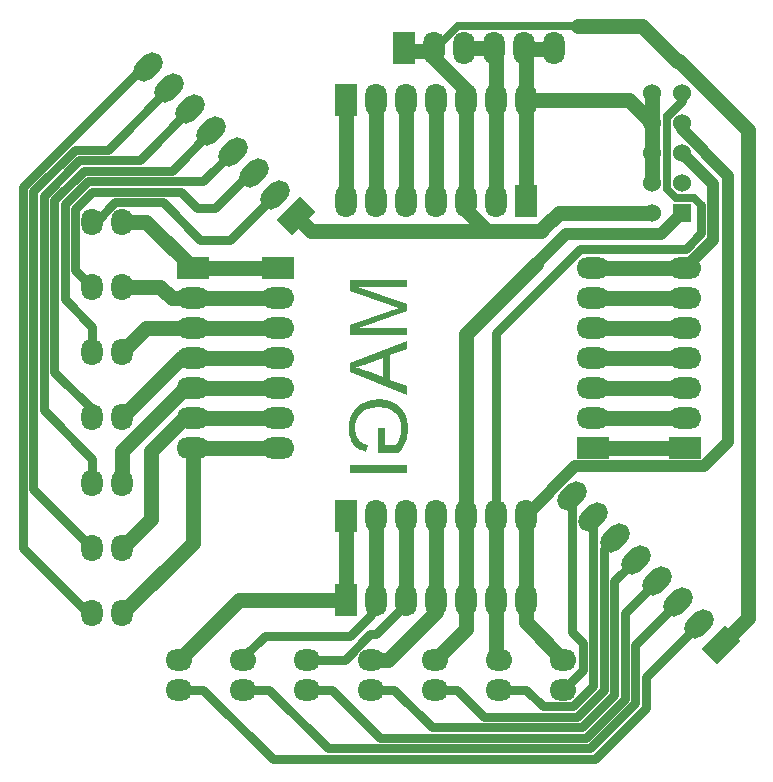
<source format=gbl>
%FSLAX24Y24*%
%MOIN*%
G70*
G01*
G75*
G04 Layer_Physical_Order=2*
G04 Layer_Color=16711680*
%ADD10R,0.0720X0.1100*%
%ADD11O,0.0720X0.1100*%
%ADD12R,0.1100X0.0720*%
%ADD13O,0.1100X0.0720*%
%ADD14O,0.0900X0.0720*%
%ADD15O,0.0720X0.0900*%
G04:AMPARAMS|DCode=16|XSize=70.9mil|YSize=110.2mil|CornerRadius=0mil|HoleSize=0mil|Usage=FLASHONLY|Rotation=135.000|XOffset=0mil|YOffset=0mil|HoleType=Round|Shape=Rectangle|*
%AMROTATEDRECTD16*
4,1,4,0.0640,0.0139,-0.0139,-0.0640,-0.0640,-0.0139,0.0139,0.0640,0.0640,0.0139,0.0*
%
%ADD16ROTATEDRECTD16*%

G04:AMPARAMS|DCode=17|XSize=70.9mil|YSize=110.2mil|CornerRadius=0mil|HoleSize=0mil|Usage=FLASHONLY|Rotation=135.000|XOffset=0mil|YOffset=0mil|HoleType=Round|Shape=Round|*
%AMOVALD17*
21,1,0.0394,0.0709,0.0000,0.0000,225.0*
1,1,0.0709,0.0139,0.0139*
1,1,0.0709,-0.0139,-0.0139*
%
%ADD17OVALD17*%

%ADD18R,0.0600X0.0600*%
%ADD19C,0.0600*%
%ADD20C,0.0500*%
%ADD21C,0.0300*%
%ADD22C,0.0394*%
%ADD23C,0.0295*%
%ADD24C,0.0256*%
%ADD25C,0.0250*%
G36*
X36551Y33319D02*
X36647Y33308D01*
X36735Y33287D01*
X36776Y33278D01*
X36811Y33267D01*
X36846Y33255D01*
X36876Y33246D01*
X36902Y33235D01*
X36923Y33226D01*
X36940Y33220D01*
X36952Y33214D01*
X36961Y33208D01*
X36964D01*
X37043Y33158D01*
X37113Y33103D01*
X37174Y33047D01*
X37224Y32989D01*
X37262Y32939D01*
X37277Y32918D01*
X37289Y32898D01*
X37300Y32883D01*
X37306Y32868D01*
X37309Y32863D01*
X37312Y32860D01*
X37353Y32772D01*
X37382Y32681D01*
X37403Y32596D01*
X37418Y32514D01*
X37423Y32479D01*
X37426Y32447D01*
X37429Y32417D01*
Y32391D01*
X37432Y32370D01*
Y32356D01*
Y32347D01*
Y32344D01*
X37429Y32268D01*
X37420Y32192D01*
X37409Y32124D01*
X37394Y32063D01*
X37388Y32037D01*
X37382Y32010D01*
X37377Y31990D01*
X37371Y31972D01*
X37365Y31957D01*
X37362Y31946D01*
X37359Y31940D01*
Y31937D01*
X37327Y31864D01*
X37292Y31791D01*
X37254Y31726D01*
X37218Y31668D01*
X37183Y31618D01*
X37172Y31597D01*
X37157Y31580D01*
X37148Y31565D01*
X37139Y31556D01*
X37136Y31550D01*
X37133Y31547D01*
X36419D01*
Y32362D01*
X36644D01*
Y31796D01*
X37008D01*
X37034Y31832D01*
X37060Y31870D01*
X37084Y31908D01*
X37104Y31946D01*
X37122Y31981D01*
X37133Y32010D01*
X37139Y32022D01*
X37142Y32031D01*
X37145Y32034D01*
Y32037D01*
X37166Y32095D01*
X37180Y32154D01*
X37192Y32209D01*
X37198Y32256D01*
X37204Y32297D01*
X37207Y32329D01*
Y32341D01*
Y32350D01*
Y32356D01*
Y32359D01*
X37204Y32429D01*
X37195Y32496D01*
X37180Y32555D01*
X37166Y32611D01*
X37151Y32655D01*
X37142Y32675D01*
X37136Y32690D01*
X37133Y32701D01*
X37128Y32710D01*
X37125Y32716D01*
Y32719D01*
X37090Y32778D01*
X37049Y32830D01*
X37005Y32874D01*
X36964Y32909D01*
X36925Y32936D01*
X36896Y32956D01*
X36885Y32965D01*
X36876Y32971D01*
X36870Y32974D01*
X36867D01*
X36797Y33003D01*
X36726Y33024D01*
X36653Y33041D01*
X36583Y33050D01*
X36554Y33053D01*
X36524Y33056D01*
X36498Y33059D01*
X36477D01*
X36457Y33062D01*
X36433D01*
X36357Y33059D01*
X36284Y33050D01*
X36220Y33038D01*
X36161Y33024D01*
X36114Y33012D01*
X36094Y33006D01*
X36079Y33000D01*
X36064Y32994D01*
X36056Y32991D01*
X36050Y32989D01*
X36047D01*
X36009Y32971D01*
X35974Y32953D01*
X35941Y32933D01*
X35912Y32912D01*
X35889Y32895D01*
X35871Y32880D01*
X35859Y32871D01*
X35856Y32868D01*
X35824Y32836D01*
X35798Y32804D01*
X35774Y32769D01*
X35754Y32737D01*
X35736Y32707D01*
X35725Y32684D01*
X35719Y32669D01*
X35716Y32663D01*
X35698Y32614D01*
X35684Y32564D01*
X35675Y32511D01*
X35666Y32464D01*
X35663Y32423D01*
X35660Y32391D01*
Y32379D01*
Y32370D01*
Y32365D01*
Y32362D01*
X35663Y32309D01*
X35669Y32259D01*
X35678Y32215D01*
X35687Y32177D01*
X35695Y32145D01*
X35704Y32119D01*
X35710Y32104D01*
X35713Y32098D01*
X35733Y32054D01*
X35754Y32019D01*
X35777Y31987D01*
X35798Y31960D01*
X35818Y31940D01*
X35833Y31925D01*
X35845Y31916D01*
X35848Y31914D01*
X35883Y31890D01*
X35921Y31870D01*
X35959Y31852D01*
X35994Y31837D01*
X36029Y31826D01*
X36056Y31814D01*
X36073Y31811D01*
X36076Y31808D01*
X36079D01*
X36015Y31577D01*
X35944Y31597D01*
X35883Y31621D01*
X35830Y31644D01*
X35786Y31668D01*
X35748Y31691D01*
X35722Y31709D01*
X35707Y31720D01*
X35701Y31723D01*
X35657Y31761D01*
X35622Y31805D01*
X35590Y31849D01*
X35564Y31893D01*
X35540Y31931D01*
X35525Y31960D01*
X35520Y31972D01*
X35517Y31981D01*
X35514Y31987D01*
Y31990D01*
X35490Y32054D01*
X35473Y32119D01*
X35461Y32183D01*
X35452Y32239D01*
X35446Y32288D01*
Y32312D01*
X35443Y32329D01*
Y32344D01*
Y32356D01*
Y32362D01*
Y32365D01*
X35449Y32470D01*
X35461Y32564D01*
X35482Y32652D01*
X35493Y32690D01*
X35502Y32725D01*
X35514Y32757D01*
X35525Y32786D01*
X35534Y32813D01*
X35546Y32833D01*
X35552Y32848D01*
X35558Y32863D01*
X35564Y32868D01*
Y32871D01*
X35587Y32912D01*
X35613Y32948D01*
X35669Y33018D01*
X35728Y33073D01*
X35786Y33123D01*
X35842Y33158D01*
X35862Y33173D01*
X35883Y33188D01*
X35900Y33196D01*
X35912Y33202D01*
X35921Y33208D01*
X35924D01*
X36015Y33246D01*
X36108Y33276D01*
X36196Y33296D01*
X36278Y33311D01*
X36313Y33317D01*
X36346Y33319D01*
X36375Y33322D01*
X36401D01*
X36422Y33325D01*
X36448D01*
X36551Y33319D01*
D02*
G37*
G36*
X37400Y30874D02*
X35476D01*
Y31129D01*
X37400D01*
Y30874D01*
D02*
G37*
G36*
Y34995D02*
X36817Y34787D01*
Y33979D01*
X37400Y33756D01*
Y33469D01*
X35476Y34251D01*
Y34529D01*
X37400Y35264D01*
Y34995D01*
D02*
G37*
G36*
Y37054D02*
X35763D01*
X37400Y36500D01*
Y36272D01*
X35789Y35710D01*
X37400D01*
Y35464D01*
X35476D01*
Y35809D01*
X36814Y36269D01*
X36887Y36292D01*
X36949Y36316D01*
X37002Y36333D01*
X37046Y36345D01*
X37078Y36357D01*
X37101Y36366D01*
X37116Y36369D01*
X37122Y36372D01*
X37084Y36383D01*
X37037Y36398D01*
X36990Y36413D01*
X36943Y36427D01*
X36902Y36442D01*
X36870Y36454D01*
X36855Y36456D01*
X36846Y36459D01*
X36841Y36462D01*
X36838D01*
X35476Y36919D01*
Y37300D01*
X37400D01*
Y37054D01*
D02*
G37*
%LPC*%
G36*
X36609Y34714D02*
X36047Y34503D01*
X35979Y34479D01*
X35912Y34459D01*
X35851Y34441D01*
X35792Y34427D01*
X35745Y34415D01*
X35725Y34409D01*
X35707Y34403D01*
X35692Y34400D01*
X35684D01*
X35678Y34397D01*
X35675D01*
X35739Y34377D01*
X35807Y34356D01*
X35874Y34333D01*
X35938Y34309D01*
X35994Y34292D01*
X36018Y34283D01*
X36038Y34274D01*
X36056Y34268D01*
X36067Y34263D01*
X36076Y34260D01*
X36079D01*
X36609Y34061D01*
Y34714D01*
D02*
G37*
%LPD*%
D10*
X35350Y29450D02*
D03*
Y26650D02*
D03*
Y43300D02*
D03*
X37300Y45050D02*
D03*
X41350Y39950D02*
D03*
D11*
X37350Y29450D02*
D03*
X36350D02*
D03*
X38350D02*
D03*
X39350D02*
D03*
X40350D02*
D03*
X41350D02*
D03*
Y26650D02*
D03*
X40350D02*
D03*
X39350D02*
D03*
X38350D02*
D03*
X36350D02*
D03*
X37350D02*
D03*
X41350Y43300D02*
D03*
X40350D02*
D03*
X39350D02*
D03*
X38350D02*
D03*
X36350D02*
D03*
X37350D02*
D03*
X38300Y45050D02*
D03*
X39300D02*
D03*
X40300D02*
D03*
X41300D02*
D03*
X42300D02*
D03*
X39350Y39950D02*
D03*
X40350D02*
D03*
X38350D02*
D03*
X37350D02*
D03*
X36350D02*
D03*
X35350D02*
D03*
D12*
X33100Y37700D02*
D03*
X43600Y31700D02*
D03*
X30250Y37700D02*
D03*
X46650Y31700D02*
D03*
D13*
X33100Y35700D02*
D03*
Y36700D02*
D03*
Y34700D02*
D03*
Y33700D02*
D03*
Y32700D02*
D03*
Y31700D02*
D03*
X43600Y33700D02*
D03*
Y32700D02*
D03*
Y34700D02*
D03*
Y35700D02*
D03*
Y36700D02*
D03*
Y37700D02*
D03*
X30250Y31700D02*
D03*
Y32700D02*
D03*
Y33700D02*
D03*
Y34700D02*
D03*
Y36700D02*
D03*
Y35700D02*
D03*
X46650Y37700D02*
D03*
Y36700D02*
D03*
Y35700D02*
D03*
Y34700D02*
D03*
Y32700D02*
D03*
Y33700D02*
D03*
D14*
X40467Y24650D02*
D03*
Y23650D02*
D03*
X38333Y24650D02*
D03*
Y23650D02*
D03*
X36200Y24650D02*
D03*
Y23650D02*
D03*
X34067Y24650D02*
D03*
Y23650D02*
D03*
X31933Y24650D02*
D03*
Y23650D02*
D03*
X29800Y24650D02*
D03*
Y23650D02*
D03*
X42600Y24650D02*
D03*
Y23650D02*
D03*
D15*
X27900Y26200D02*
D03*
X26900D02*
D03*
X27900Y28375D02*
D03*
X26900D02*
D03*
X27900Y30550D02*
D03*
X26900D02*
D03*
X27900Y32725D02*
D03*
X26900D02*
D03*
X27900Y34900D02*
D03*
X26900D02*
D03*
X27900Y37075D02*
D03*
X26900D02*
D03*
X27900Y39250D02*
D03*
X26900D02*
D03*
D16*
X33700Y39450D02*
D03*
X47850Y25150D02*
D03*
D17*
X28750Y44400D02*
D03*
X32987Y40152D02*
D03*
X32286Y40864D02*
D03*
X31579Y41571D02*
D03*
X30872Y42278D02*
D03*
X30164Y42986D02*
D03*
X29457Y43693D02*
D03*
X42900Y30100D02*
D03*
X47137Y25852D02*
D03*
X46436Y26564D02*
D03*
X45729Y27271D02*
D03*
X45022Y27978D02*
D03*
X44314Y28686D02*
D03*
X43607Y29393D02*
D03*
D18*
X46550Y39550D02*
D03*
D19*
Y40550D02*
D03*
Y41550D02*
D03*
Y42550D02*
D03*
Y43550D02*
D03*
X45550Y39550D02*
D03*
Y40550D02*
D03*
Y41550D02*
D03*
Y42550D02*
D03*
Y43550D02*
D03*
D20*
X46450Y44600D02*
X48750Y42300D01*
Y26050D02*
Y42300D01*
X38350Y26227D02*
Y26650D01*
X36773Y24650D02*
X38350Y26227D01*
X36200Y24650D02*
X36773D01*
X35350Y39950D02*
Y43300D01*
X36350Y39950D02*
Y43300D01*
X37350Y39950D02*
Y43300D01*
X38350Y39950D02*
Y43300D01*
X39350Y39950D02*
Y43300D01*
X43600Y37700D02*
X46650D01*
X43600Y36700D02*
X46650D01*
X43600Y35700D02*
X46650D01*
X43600Y34700D02*
X46650D01*
X43600Y33700D02*
X46650D01*
X43600Y32700D02*
X46650D01*
X43600Y31700D02*
X46650D01*
X35350Y26650D02*
Y29450D01*
X36350Y26650D02*
Y29450D01*
X37350Y26650D02*
Y29450D01*
X38350Y26650D02*
Y29450D01*
X39350Y26650D02*
Y29450D01*
X41350Y26650D02*
Y29450D01*
X30250Y37700D02*
X33100D01*
X30250Y36700D02*
X33100D01*
X30250Y35700D02*
X33100D01*
X30250Y34700D02*
X33100D01*
X30250Y33700D02*
X33100D01*
X30250Y32700D02*
X33100D01*
X30250Y31700D02*
X33100D01*
X28700Y39250D02*
X30250Y37700D01*
X27900Y39250D02*
X28700D01*
X29550Y36700D02*
X30250D01*
X29175Y37075D02*
X29550Y36700D01*
X27900Y37075D02*
X29175D01*
X28700Y35700D02*
X30250D01*
X27900Y34900D02*
X28700Y35700D01*
X29875Y34700D02*
X30250D01*
X27900Y32725D02*
X29875Y34700D01*
X27900Y28375D02*
X28850Y29325D01*
X30250Y28550D02*
Y31700D01*
X27900Y26200D02*
X30250Y28550D01*
X27900Y30550D02*
Y31600D01*
X30000Y33700D01*
X30250D01*
X28850Y29325D02*
Y31600D01*
X29950Y32700D01*
X30250D01*
X41350Y25900D02*
Y26650D01*
Y25900D02*
X42600Y24650D01*
X39350Y25667D02*
Y26650D01*
X38333Y24650D02*
X39350Y25667D01*
X31800Y26650D02*
X35350D01*
X29800Y24650D02*
X31800Y26650D01*
X40350Y24767D02*
X40467Y24650D01*
X40350Y24767D02*
Y26650D01*
Y29450D01*
X41350Y43300D02*
X44800D01*
X45550Y42550D01*
Y40550D02*
Y41550D01*
Y42550D01*
Y43550D01*
X33700Y39450D02*
X34200Y38950D01*
X47850Y25150D02*
X48750Y26050D01*
X39350Y29450D02*
Y35500D01*
X41700Y37850D01*
X41953Y39053D02*
Y39056D01*
X42447Y39550D01*
X45550D01*
X39350Y39650D02*
Y39950D01*
X34200Y38950D02*
X40050D01*
X39350Y39650D02*
X40050Y38950D01*
X41850D01*
X41953Y39053D01*
X41350Y39950D02*
Y43300D01*
X40350Y39950D02*
Y43300D01*
X39300Y45050D02*
X40300D01*
X40350Y45000D01*
Y43300D02*
Y45000D01*
X41350Y43300D02*
Y45000D01*
X42250D01*
X42300Y45050D01*
X37300D02*
X37400Y44950D01*
X38050D01*
X39350Y43300D02*
Y43650D01*
X38050Y44950D02*
X39350Y43650D01*
X45225Y45775D02*
X46400Y44600D01*
X43100Y45775D02*
X45225D01*
D21*
X35500Y25450D02*
X36200Y26150D01*
X32650Y25450D02*
X35500D01*
X31933Y24733D02*
X32650Y25450D01*
X31933Y24650D02*
Y24733D01*
X26900Y34900D02*
Y35750D01*
X25990Y36660D02*
X26900Y35750D01*
X25990Y36660D02*
Y39827D01*
X26900Y30550D02*
Y31350D01*
X25290Y32960D02*
X26900Y31350D01*
X25290Y32960D02*
Y40117D01*
X32910Y21340D02*
X43647D01*
X30600Y23650D02*
X32910Y21340D01*
X29800Y23650D02*
X30600D01*
X34760Y21690D02*
X43502D01*
X32800Y23650D02*
X34760Y21690D01*
X31933Y23650D02*
X32800D01*
X36502Y22040D02*
X43357D01*
X34892Y23650D02*
X36502Y22040D01*
X34067Y23650D02*
X34892D01*
X41910Y23090D02*
X42922D01*
X41350Y23650D02*
X41910Y23090D01*
X40467Y23650D02*
X41350D01*
X39960Y22740D02*
X43067D01*
X39050Y23650D02*
X39960Y22740D01*
X38333Y23650D02*
X39050D01*
X38210Y22390D02*
X43212D01*
X36950Y23650D02*
X38210Y22390D01*
X36200Y23650D02*
X36950D01*
X34067Y24650D02*
X35318D01*
X36200Y26500D02*
X36350Y26650D01*
X36200Y26150D02*
Y26500D01*
X37350D02*
Y26650D01*
X35318Y24650D02*
X36168Y25500D01*
X36350D01*
X37350Y26500D01*
X26900Y39250D02*
X27018D01*
X27668Y39900D01*
X29250D01*
X30500Y38650D01*
X31486D01*
X32987Y40152D01*
X26340Y37635D02*
X26900Y37075D01*
X26340Y37635D02*
Y39682D01*
X26908Y40250D01*
X29850D01*
X32164Y40864D02*
X32286D01*
X30400Y39700D02*
X31000D01*
X29850Y40250D02*
X30400Y39700D01*
X31000D02*
X32164Y40864D01*
X25990Y39827D02*
X26763Y40600D01*
X30607D01*
X31579Y41571D01*
X29543Y40950D02*
X30872Y42278D01*
X26618Y40950D02*
X29543D01*
X25640Y39972D02*
X26618Y40950D01*
X25640Y34250D02*
Y39972D01*
Y34250D02*
X26900Y32990D01*
Y32725D02*
Y32990D01*
X25290Y40117D02*
X26473Y41300D01*
X28479D01*
X30164Y42986D01*
X27415Y41650D02*
X29457Y43693D01*
X26328Y41650D02*
X27415D01*
X24940Y40262D02*
X26328Y41650D01*
X24940Y30335D02*
Y40262D01*
Y30335D02*
X26900Y28375D01*
X42900Y25560D02*
X43250Y25210D01*
X42600Y23650D02*
X43250Y24300D01*
Y25210D01*
X42900Y25560D02*
Y30100D01*
X42922Y23090D02*
X43600Y23768D01*
Y29385D01*
X43607Y29393D01*
X43067Y22740D02*
X43950Y23623D01*
Y28321D01*
X44314Y28686D01*
X43212Y22390D02*
X44300Y23478D01*
Y27257D01*
X45022Y27978D01*
X43357Y22040D02*
X44650Y23333D01*
Y26193D01*
X45729Y27271D01*
X43502Y21690D02*
X45000Y23188D01*
Y25128D01*
X46436Y26564D01*
X43647Y21340D02*
X45350Y23043D01*
Y24064D01*
X47137Y25852D01*
X24590Y40407D02*
X28583Y44400D01*
X28750D01*
X24590Y28360D02*
Y40407D01*
Y28360D02*
X26750Y26200D01*
X26900D01*
D22*
X46550Y42323D02*
Y42550D01*
X42993Y31093D02*
X47302D01*
X41350Y29450D02*
X42993Y31093D01*
X47302D02*
X48100Y31891D01*
Y40773D01*
X46550Y42323D02*
X48100Y40773D01*
X46650Y37700D02*
X47600Y38650D01*
Y40500D01*
X46550Y41550D02*
X47600Y40500D01*
X45850Y38850D02*
X46550Y39550D01*
X41700Y37850D02*
X42700Y38850D01*
X45850D01*
D23*
X46550Y43254D02*
Y43550D01*
X46052Y42756D02*
X46550Y43254D01*
X46692Y38350D02*
X47206Y38863D01*
X40350Y29450D02*
Y35550D01*
X43150Y38350D01*
X46692D01*
X47206Y38863D02*
Y39794D01*
D24*
X46052Y40344D02*
Y42756D01*
Y40344D02*
X46349Y40048D01*
X46952D01*
X47206Y39794D01*
D25*
X38300Y45050D02*
X38353D01*
X39078Y45775D01*
X46400Y44600D02*
X46450D01*
X39078Y45775D02*
X43100D01*
M02*

</source>
